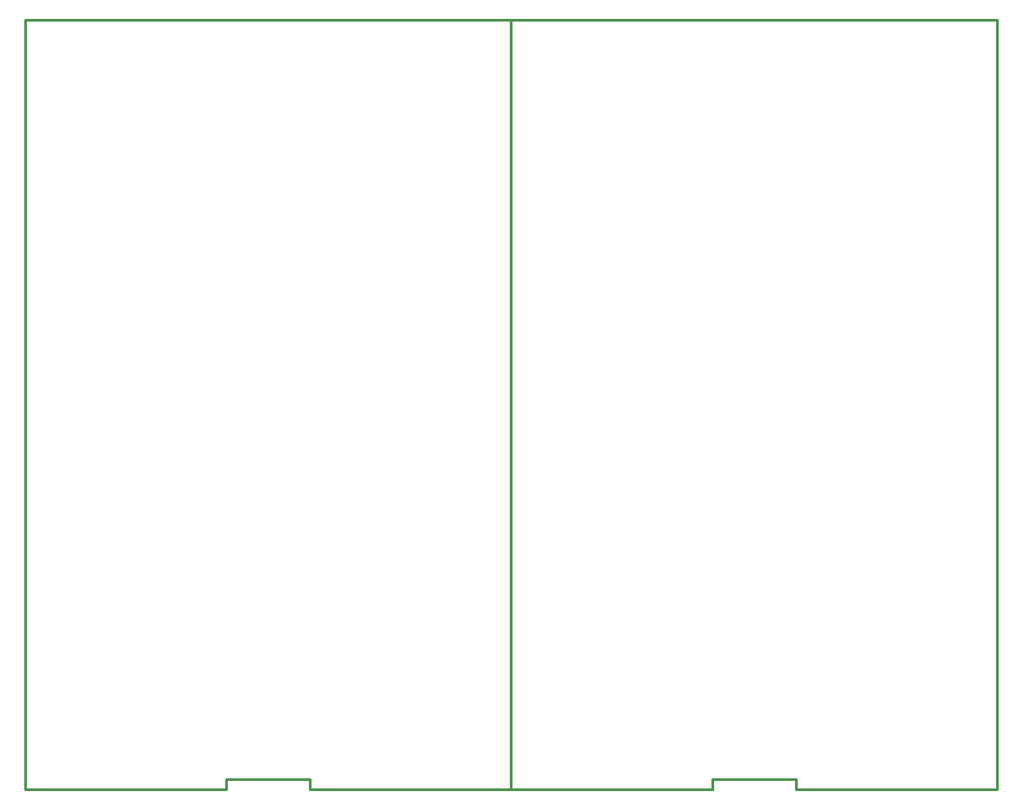
<source format=gm1>
G04*
G04 #@! TF.GenerationSoftware,Altium Limited,Altium Designer,23.10.1 (27)*
G04*
G04 Layer_Color=16711935*
%FSLAX25Y25*%
%MOIN*%
G70*
G04*
G04 #@! TF.SameCoordinates,52E8BDB3-E784-467F-A169-E1E59ABD1491*
G04*
G04*
G04 #@! TF.FilePolarity,Positive*
G04*
G01*
G75*
%ADD65C,0.01200*%
D65*
X240158Y379921D02*
X480315D01*
X240158Y0D02*
Y379921D01*
X99410Y0D02*
Y4921D01*
X240158Y0D02*
X339567D01*
X99410Y4921D02*
X140748D01*
X-0Y379921D02*
X240158D01*
X-0D02*
X0Y0D01*
X99410D01*
X140748D02*
Y4921D01*
Y0D02*
X240184Y0D01*
X480315Y379921D02*
X480315Y0D01*
X380906Y-0D02*
X480315Y0D01*
X380906Y-0D02*
Y4921D01*
X339567D02*
X380906D01*
X339567Y0D02*
Y4921D01*
M02*

</source>
